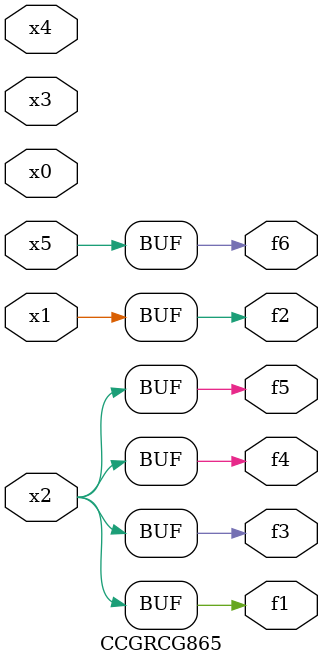
<source format=v>
module CCGRCG865(
	input x0, x1, x2, x3, x4, x5,
	output f1, f2, f3, f4, f5, f6
);
	assign f1 = x2;
	assign f2 = x1;
	assign f3 = x2;
	assign f4 = x2;
	assign f5 = x2;
	assign f6 = x5;
endmodule

</source>
